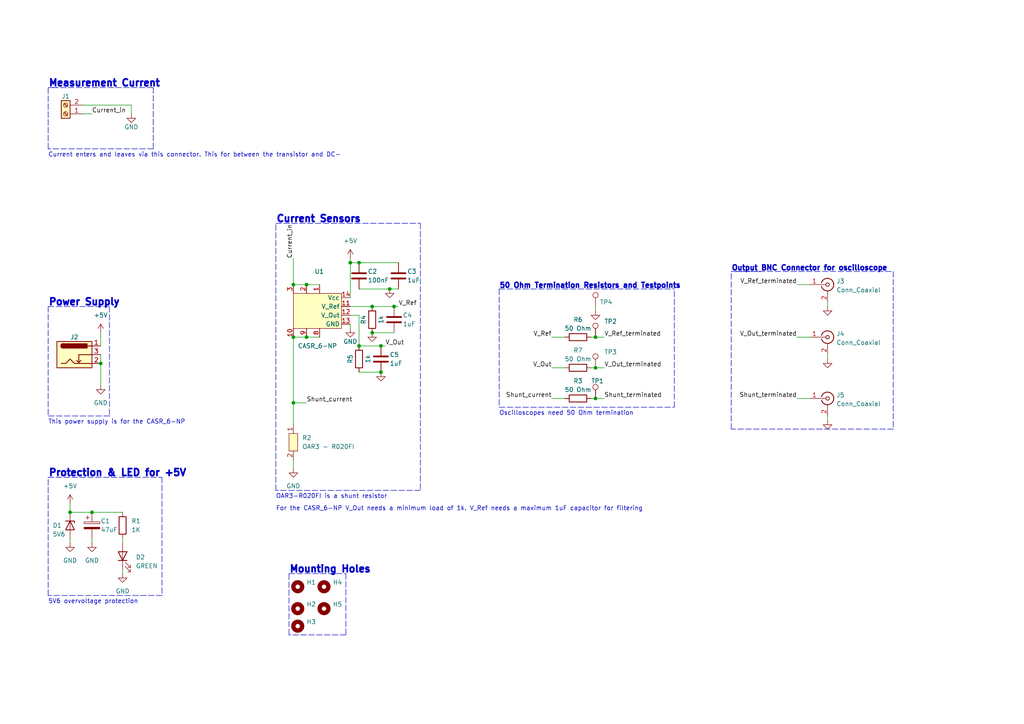
<source format=kicad_sch>
(kicad_sch (version 20211123) (generator eeschema)
  (paper "A4")
  (title_block (title "Current Sensor V1") (date "2022-09-03") (company "Hitesh Dialani"))
  (lib_symbols
    (symbol "Connector:Barrel_Jack_Switch" (pin_names hide)
      (property "Reference" "J" (at 0 5.334 0))
      (property "Value" "Barrel_Jack_Switch" (at 0 -5.08 0))
      (symbol "Barrel_Jack_Switch_0_1"
        (rectangle (start -5.08 3.81) (end 5.08 -3.81) (stroke (width 0.254)) (fill (type background)))
        (arc (start -3.302 3.175) (mid -3.937 2.54) (end -3.302 1.905) (stroke (width 0.254)))
        (arc (start -3.302 3.175) (mid -3.937 2.54) (end -3.302 1.905) (stroke (width 0.254)) (fill (type outline)))
        (polyline (pts (xy 1.27 -2.286) (xy 1.905 -1.651)) (stroke (width 0.254)))
        (polyline (pts (xy 5.08 2.54) (xy 3.81 2.54)) (stroke (width 0.254)))
        (polyline (pts (xy 5.08 0) (xy 1.27 0) (xy 1.27 -2.286) (xy 0.635 -1.651)) (stroke (width 0.254)))
        (polyline (pts (xy -3.81 -2.54) (xy -2.54 -2.54) (xy -1.27 -1.27) (xy 0 -2.54) (xy 2.54 -2.54) (xy 5.08 -2.54)) (stroke (width 0.254)))
        (rectangle (start 3.683 3.175) (end -3.302 1.905) (stroke (width 0.254)) (fill (type outline)))
      )
      (symbol "Barrel_Jack_Switch_1_1"
        (pin passive line (at 7.62 2.54 180) (length 2.54) (name "~") (number "1"))
        (pin passive line (at 7.62 -2.54 180) (length 2.54) (name "~") (number "2"))
        (pin passive line (at 7.62 0 180) (length 2.54) (name "~") (number "3"))
      )
    )
    (symbol "Connector:Conn_Coaxial" (pin_names (offset 1.016) hide)
      (property "Reference" "J" (at 0.254 3.048 0))
      (property "Value" "Conn_Coaxial" (at 2.921 0 90))
      (symbol "Conn_Coaxial_0_1"
        (arc (start -1.778 -0.508) (mid 0.2311 -1.8066) (end 1.778 0) (stroke (width 0.254)))
        (polyline (pts (xy -2.54 0) (xy -0.508 0)))
        (polyline (pts (xy 0 -2.54) (xy 0 -1.778)))
        (circle (center 0 0) (radius 0.508) (stroke (width 0.2032)))
        (arc (start 1.778 0) (mid 0.2099 1.8101) (end -1.778 0.508) (stroke (width 0.254)))
      )
      (symbol "Conn_Coaxial_1_1"
        (pin passive line (at -5.08 0 0) (length 2.54) (name "In") (number "1"))
        (pin passive line (at 0 -5.08 90) (length 2.54) (name "Ext") (number "2"))
      )
    )
    (symbol "Connector:Screw_Terminal_01x02" (pin_names (offset 1.016) hide)
      (property "Reference" "J" (at 0 2.54 0))
      (property "Value" "Screw_Terminal_01x02" (at 0 -5.08 0))
      (symbol "Screw_Terminal_01x02_1_1"
        (rectangle (start -1.27 1.27) (end 1.27 -3.81) (stroke (width 0.254)) (fill (type background)))
        (circle (center 0 -2.54) (radius 0.635) (stroke (width 0.1524)))
        (polyline (pts (xy -0.5334 -2.2098) (xy 0.3302 -3.048)) (stroke (width 0.1524)))
        (polyline (pts (xy -0.5334 0.3302) (xy 0.3302 -0.508)) (stroke (width 0.1524)))
        (polyline (pts (xy -0.3556 -2.032) (xy 0.508 -2.8702)) (stroke (width 0.1524)))
        (polyline (pts (xy -0.3556 0.508) (xy 0.508 -0.3302)) (stroke (width 0.1524)))
        (circle (center 0 0) (radius 0.635) (stroke (width 0.1524)))
        (pin passive line (at -5.08 0 0) (length 3.81) (name "Pin_1") (number "1"))
        (pin passive line (at -5.08 -2.54 0) (length 3.81) (name "Pin_2") (number "2"))
      )
    )
    (symbol "Connector:TestPoint" (pin_numbers hide) (pin_names (offset 0.762) hide)
      (property "Reference" "TP" (at 0 6.858 0))
      (property "Value" "TestPoint" (at 0 5.08 0))
      (symbol "TestPoint_0_1"
        (circle (center 0 3.302) (radius 0.762))
      )
      (symbol "TestPoint_1_1"
        (pin passive line (at 0 0 90) (length 2.54) (name "1") (number "1"))
      )
    )
    (symbol "Custom_library:CASR_6-NP"
      (property "Reference" "U?" (at -0.635 8.89 0))
      (property "Value" "CASR_6-NP" (at -1.905 6.985 0))
      (symbol "CASR_6-NP_0_1"
        (rectangle (start -2.54 3.81) (end 11.43 -6.35) (fill (type background)))
      )
      (symbol "CASR_6-NP_1_1"
        (pin input line (at 3.81 6.35 270) (length 2.54) (name "") (number "1"))
        (pin input line (at 11.43 -8.89 90) (length 2.54) (name "") (number "10"))
        (pin output line (at -5.08 0 0) (length 2.54) (name "V_Ref") (number "11"))
        (pin output line (at -5.08 -2.54 0) (length 2.54) (name "V_Out") (number "12"))
        (pin input line (at -5.08 -5.08 0) (length 2.54) (name "GND") (number "13"))
        (pin input line (at -5.08 2.54 0) (length 2.54) (name "Vcc") (number "14"))
        (pin input line (at 7.62 6.35 270) (length 2.54) (name "") (number "2"))
        (pin input line (at 11.43 6.35 270) (length 2.54) (name "") (number "3"))
        (pin input line (at 3.81 -8.89 90) (length 2.54) (name "") (number "8"))
        (pin input line (at 7.62 -8.89 90) (length 2.54) (name "") (number "9"))
      )
    )
    (symbol "Custom_library:Shunt_Resistor"
      (property "Reference" "R?" (at 0 4.445 0))
      (property "Value" "Shunt_Resistor" (at 1.27 2.54 0))
      (symbol "Shunt_Resistor_0_1"
        (rectangle (start -2.54 1.27) (end 2.54 -1.27) (fill (type background)))
      )
      (symbol "Shunt_Resistor_1_1"
        (pin input line (at -5.08 0 0) (length 2.54) (name "") (number "1"))
        (pin input line (at 5.08 0 180) (length 2.54) (name "") (number "2"))
      )
    )
    (symbol "Device:C" (pin_numbers hide) (pin_names (offset 0.254))
      (property "Reference" "C" (at 0.635 2.54 0))
      (property "Value" "C" (at 0.635 -2.54 0))
      (symbol "C_0_1"
        (polyline (pts (xy -2.032 -0.762) (xy 2.032 -0.762)) (stroke (width 0.508)))
        (polyline (pts (xy -2.032 0.762) (xy 2.032 0.762)) (stroke (width 0.508)))
      )
      (symbol "C_1_1"
        (pin passive line (at 0 3.81 270) (length 2.794) (name "~") (number "1"))
        (pin passive line (at 0 -3.81 90) (length 2.794) (name "~") (number "2"))
      )
    )
    (symbol "Device:C_Polarized" (pin_numbers hide) (pin_names (offset 0.254))
      (property "Reference" "C" (at 0.635 2.54 0))
      (property "Value" "C_Polarized" (at 0.635 -2.54 0))
      (symbol "C_Polarized_0_1"
        (rectangle (start -2.286 0.508) (end 2.286 1.016))
        (polyline (pts (xy -1.778 2.286) (xy -0.762 2.286)))
        (polyline (pts (xy -1.27 2.794) (xy -1.27 1.778)))
        (rectangle (start 2.286 -0.508) (end -2.286 -1.016) (fill (type outline)))
      )
      (symbol "C_Polarized_1_1"
        (pin passive line (at 0 3.81 270) (length 2.794) (name "~") (number "1"))
        (pin passive line (at 0 -3.81 90) (length 2.794) (name "~") (number "2"))
      )
    )
    (symbol "Device:D_Zener" (pin_numbers hide) (pin_names (offset 1.016) hide)
      (property "Reference" "D" (at 0 2.54 0))
      (property "Value" "D_Zener" (at 0 -2.54 0))
      (symbol "D_Zener_0_1"
        (polyline (pts (xy 1.27 0) (xy -1.27 0)))
        (polyline (pts (xy -1.27 -1.27) (xy -1.27 1.27) (xy -0.762 1.27)) (stroke (width 0.254)))
        (polyline (pts (xy 1.27 -1.27) (xy 1.27 1.27) (xy -1.27 0) (xy 1.27 -1.27)) (stroke (width 0.254)))
      )
      (symbol "D_Zener_1_1"
        (pin passive line (at -3.81 0 0) (length 2.54) (name "K") (number "1"))
        (pin passive line (at 3.81 0 180) (length 2.54) (name "A") (number "2"))
      )
    )
    (symbol "Device:LED" (pin_numbers hide) (pin_names (offset 1.016) hide)
      (property "Reference" "D" (at 0 2.54 0))
      (property "Value" "LED" (at 0 -2.54 0))
      (symbol "LED_0_1"
        (polyline (pts (xy -1.27 -1.27) (xy -1.27 1.27)) (stroke (width 0.254)))
        (polyline (pts (xy -1.27 0) (xy 1.27 0)))
        (polyline (pts (xy 1.27 -1.27) (xy 1.27 1.27) (xy -1.27 0) (xy 1.27 -1.27)) (stroke (width 0.254)))
        (polyline (pts (xy -3.048 -0.762) (xy -4.572 -2.286) (xy -3.81 -2.286) (xy -4.572 -2.286) (xy -4.572 -1.524)))
        (polyline (pts (xy -1.778 -0.762) (xy -3.302 -2.286) (xy -2.54 -2.286) (xy -3.302 -2.286) (xy -3.302 -1.524)))
      )
      (symbol "LED_1_1"
        (pin passive line (at -3.81 0 0) (length 2.54) (name "K") (number "1"))
        (pin passive line (at 3.81 0 180) (length 2.54) (name "A") (number "2"))
      )
    )
    (symbol "Device:R" (pin_numbers hide) (pin_names (offset 0))
      (property "Reference" "R" (at 2.032 0 90))
      (property "Value" "R" (at 0 0 90))
      (symbol "R_0_1"
        (rectangle (start -1.016 -2.54) (end 1.016 2.54) (stroke (width 0.254)))
      )
      (symbol "R_1_1"
        (pin passive line (at 0 3.81 270) (length 1.27) (name "~") (number "1"))
        (pin passive line (at 0 -3.81 90) (length 1.27) (name "~") (number "2"))
      )
    )
    (symbol "Mechanical:MountingHole" (pin_names (offset 1.016))
      (property "Reference" "H" (at 0 5.08 0))
      (property "Value" "MountingHole" (at 0 3.175 0))
      (symbol "MountingHole_0_1"
        (circle (center 0 0) (radius 1.27) (stroke (width 1.27)))
      )
    )
    (symbol "power:+5V" (power) (pin_names (offset 0))
      (property "Value" "+5V" (at 0 3.556 0))
      (symbol "+5V_0_1"
        (polyline (pts (xy -0.762 1.27) (xy 0 2.54)))
        (polyline (pts (xy 0 0) (xy 0 2.54)))
        (polyline (pts (xy 0 2.54) (xy 0.762 1.27)))
      )
      (symbol "+5V_1_1"
        (pin power_in line (at 0 0 90) (length 0) hide (name "+5V") (number "1"))
      )
    )
    (symbol "power:GND" (power) (pin_names (offset 0))
      (property "Value" "GND" (at 0 -3.81 0))
      (symbol "GND_0_1"
        (polyline (pts (xy 0 0) (xy 0 -1.27) (xy 1.27 -1.27) (xy 0 -2.54) (xy -1.27 -1.27) (xy 0 -1.27)))
      )
      (symbol "GND_1_1"
        (pin power_in line (at 0 0 270) (length 0) hide (name "GND") (number "1"))
      )
    )
  )
  (junction (at 110.49 100.33))
  (junction (at 107.95 96.52))
  (junction (at 88.9 82.55))
  (junction (at 88.9 97.79))
  (junction (at 85.09 82.55))
  (junction (at 104.14 76.2))
  (junction (at 107.95 88.9))
  (junction (at 172.72 97.79))
  (junction (at 101.6 76.2))
  (junction (at 110.49 107.95))
  (junction (at 113.03 83.82))
  (junction (at 104.14 100.33))
  (junction (at 26.67 148.59))
  (junction (at 114.3 88.9))
  (junction (at 20.32 148.59))
  (junction (at 172.72 115.57))
  (junction (at 85.09 116.84))
  (junction (at 172.72 106.68))
  (junction (at 85.09 97.79))
  (junction (at 29.21 105.41))
  (wire (pts (xy 101.6 88.9) (xy 107.95 88.9)))
  (polyline (pts (xy 31.75 120.65) (xy 13.97 120.65)))
  (wire (pts (xy 88.9 82.55) (xy 92.71 82.55)))
  (wire (pts (xy 29.21 96.52) (xy 29.21 100.33)))
  (wire (pts (xy 38.1 33.02) (xy 38.1 30.48)))
  (wire (pts (xy 110.49 100.33) (xy 111.76 100.33)))
  (polyline (pts (xy 83.82 166.37) (xy 100.33 166.37)))
  (wire (pts (xy 26.67 156.21) (xy 26.67 157.48)))
  (polyline (pts (xy 13.97 25.4) (xy 16.51 25.4)))
  (polyline (pts (xy 259.08 124.46) (xy 212.09 124.46)))
  (polyline (pts (xy 13.97 138.43) (xy 46.99 138.43)))
  (polyline (pts (xy 15.24 25.4) (xy 44.45 25.4)))
  (wire (pts (xy 101.6 91.44) (xy 104.14 91.44)))
  (wire (pts (xy 171.45 106.68) (xy 172.72 106.68)))
  (wire (pts (xy 26.67 148.59) (xy 35.56 148.59)))
  (wire (pts (xy 231.14 97.79) (xy 234.95 97.79)))
  (wire (pts (xy 24.13 33.02) (xy 26.67 33.02)))
  (wire (pts (xy 88.9 97.79) (xy 92.71 97.79)))
  (wire (pts (xy 172.72 88.9) (xy 172.72 90.17)))
  (wire (pts (xy 240.03 120.65) (xy 240.03 121.92)))
  (polyline (pts (xy 46.99 172.72) (xy 13.97 172.72)))
  (wire (pts (xy 171.45 97.79) (xy 172.72 97.79)))
  (polyline (pts (xy 13.97 43.18) (xy 13.97 25.4)))
  (wire (pts (xy 171.45 115.57) (xy 172.72 115.57)))
  (polyline (pts (xy 44.45 25.4) (xy 44.45 43.18)))
  (wire (pts (xy 85.09 97.79) (xy 88.9 97.79)))
  (wire (pts (xy 24.13 30.48) (xy 38.1 30.48)))
  (wire (pts (xy 172.72 115.57) (xy 175.26 115.57)))
  (polyline (pts (xy 144.78 83.82) (xy 195.58 83.82)))
  (polyline (pts (xy 121.92 64.77) (xy 121.92 142.24)))
  (wire (pts (xy 20.32 148.59) (xy 26.67 148.59)))
  (wire (pts (xy 85.09 82.55) (xy 88.9 82.55)))
  (wire (pts (xy 85.09 116.84) (xy 85.09 123.19)))
  (polyline (pts (xy 31.75 88.9) (xy 31.75 120.65)))
  (polyline (pts (xy 13.97 88.9) (xy 13.97 120.65)))
  (wire (pts (xy 85.09 116.84) (xy 88.9 116.84)))
  (polyline (pts (xy 259.08 78.74) (xy 259.08 124.46)))
  (wire (pts (xy 160.02 115.57) (xy 163.83 115.57)))
  (polyline (pts (xy 121.92 142.24) (xy 80.01 142.24)))
  (wire (pts (xy 20.32 146.05) (xy 20.32 148.59)))
  (polyline (pts (xy 44.45 43.18) (xy 13.97 43.18)))
  (polyline (pts (xy 195.58 118.11) (xy 195.58 83.82)))
  (wire (pts (xy 160.02 97.79) (xy 163.83 97.79)))
  (polyline (pts (xy 100.33 166.37) (xy 100.33 184.15)))
  (wire (pts (xy 29.21 105.41) (xy 29.21 111.76)))
  (wire (pts (xy 231.14 82.55) (xy 234.95 82.55)))
  (wire (pts (xy 35.56 165.1) (xy 35.56 166.37)))
  (polyline (pts (xy 144.78 118.11) (xy 195.58 118.11)))
  (polyline (pts (xy 46.99 138.43) (xy 46.99 172.72)))
  (wire (pts (xy 160.02 106.68) (xy 163.83 106.68)))
  (wire (pts (xy 104.14 107.95) (xy 110.49 107.95)))
  (polyline (pts (xy 212.09 78.74) (xy 220.98 78.74)))
  (wire (pts (xy 101.6 76.2) (xy 101.6 86.36)))
  (wire (pts (xy 114.3 88.9) (xy 115.57 88.9)))
  (wire (pts (xy 35.56 156.21) (xy 35.56 157.48)))
  (wire (pts (xy 101.6 76.2) (xy 104.14 76.2)))
  (polyline (pts (xy 80.01 64.77) (xy 121.92 64.77)))
  (polyline (pts (xy 83.82 184.15) (xy 83.82 166.37)))
  (polyline (pts (xy 213.36 78.74) (xy 259.08 78.74)))
  (wire (pts (xy 240.03 87.63) (xy 240.03 88.9)))
  (wire (pts (xy 104.14 76.2) (xy 115.57 76.2)))
  (polyline (pts (xy 144.78 83.82) (xy 144.78 118.11)))
  (wire (pts (xy 172.72 106.68) (xy 175.26 106.68)))
  (wire (pts (xy 85.09 97.79) (xy 85.09 116.84)))
  (wire (pts (xy 240.03 102.87) (xy 240.03 104.14)))
  (polyline (pts (xy 80.01 142.24) (xy 80.01 64.77)))
  (wire (pts (xy 172.72 97.79) (xy 175.26 97.79)))
  (wire (pts (xy 101.6 93.98) (xy 101.6 95.25)))
  (wire (pts (xy 20.32 156.21) (xy 20.32 157.48)))
  (wire (pts (xy 104.14 91.44) (xy 104.14 100.33)))
  (wire (pts (xy 85.09 74.93) (xy 85.09 82.55)))
  (wire (pts (xy 107.95 96.52) (xy 114.3 96.52)))
  (wire (pts (xy 104.14 100.33) (xy 110.49 100.33)))
  (wire (pts (xy 113.03 83.82) (xy 115.57 83.82)))
  (wire (pts (xy 107.95 88.9) (xy 114.3 88.9)))
  (wire (pts (xy 231.14 115.57) (xy 234.95 115.57)))
  (wire (pts (xy 85.09 133.35) (xy 85.09 135.89)))
  (polyline (pts (xy 100.33 184.15) (xy 83.82 184.15)))
  (polyline (pts (xy 212.09 124.46) (xy 212.09 78.74)))
  (wire (pts (xy 101.6 74.93) (xy 101.6 76.2)))
  (wire (pts (xy 29.21 102.87) (xy 29.21 105.41)))
  (polyline (pts (xy 13.97 172.72) (xy 13.97 138.43)))
  (polyline (pts (xy 13.97 88.9) (xy 31.75 88.9)))
  (polyline (pts (xy 13.97 138.43) (xy 19.05 138.43)))
  (wire (pts (xy 104.14 83.82) (xy 113.03 83.82)))
  (text "Protection & LED for +5V" (at 13.97 138.43 0) (effects (font (size 2 2) (thickness 0.6) bold) (justify left bottom)))
  (text "50 Ohm Termination Resistors and Testpoints\n" (at 144.78 83.82 0) (effects (font (size 1.5 1.5) (thickness 0.6) bold) (justify left bottom)))
  (text "Power Supply " (at 13.97 88.9 0) (effects (font (size 2 2) (thickness 0.6) bold) (justify left bottom)))
  (text "Mounting Holes\n" (at 83.82 166.37 0) (effects (font (size 2 2) (thickness 0.6) bold) (justify left bottom)))
  (text "For the CASR_6-NP V_Out needs a minimum load of 1k. V_Ref needs a maximum 1uF capacitor for filtering\n\n\n" (at 80.01 152.4 0) (effects (font (size 1.27 1.27)) (justify left bottom)))
  (text "Measurement Current\n" (at 13.97 25.4 0) (effects (font (size 2 2) (thickness 0.6) bold) (justify left bottom)))
  (text "5V6 overvoltage protection" (at 13.97 175.26 0) (effects (font (size 1.27 1.27)) (justify left bottom)))
  (text "Current Sensors\n" (at 80.01 64.77 0) (effects (font (size 2 2) (thickness 0.6) bold) (justify left bottom)))
  (text "OAR3-R020FI is a shunt resistor\n" (at 80.01 144.78 0) (effects (font (size 1.27 1.27)) (justify left bottom)))
  (text "Oscilloscopes need 50 Ohm termination\n" (at 144.78 120.65 0) (effects (font (size 1.27 1.27)) (justify left bottom)))
  (text "Current enters and leaves via this connector. This for between the transistor and DC-" (at 13.97 45.72 0) (effects (font (size 1.27 1.27)) (justify left bottom)))
  (text "This power supply is for the CASR_6-NP" (at 13.97 123.19 0) (effects (font (size 1.27 1.27)) (justify left bottom)))
  (text "Output BNC Connector for oscilloscope\n" (at 212.09 78.74 0) (effects (font (size 1.5 1.5) (thickness 0.6) bold) (justify left bottom)))
  (label "V_Ref_terminated" (at 175.26 97.79 0))
  (label "V_Out" (at 111.76 100.33 0))
  (label "V_Out_terminated" (at 175.26 106.68 0))
  (label "Shunt_terminated" (at 175.26 115.57 0))
  (label "Current_in" (at 85.09 74.93 90))
  (label "Current_in" (at 26.67 33.02 0))
  (label "V_Out_terminated" (at 231.14 97.79 180))
  (label "Shunt_terminated" (at 231.14 115.57 180))
  (label "V_Ref" (at 115.57 88.9 0))
  (label "Shunt_current" (at 88.9 116.84 0))
  (label "V_Ref" (at 160.02 97.79 180))
  (label "Shunt_current" (at 160.02 115.57 180))
  (label "V_Out" (at 160.02 106.68 180))
  (label "V_Ref_terminated" (at 231.14 82.55 180))
  (symbol (lib_id "power:GND") (at 240.03 88.9 0) (unit 1)
    (property "Reference" "#PWR015" (effects hide))
    (property "Value" "GND" (effects hide))
  )
  (symbol (lib_id "Device:C_Polarized") (at 26.67 152.4 0) (unit 1)
    (property "Reference" "C1" (at 29.21 151.13 0) (effects (justify left)))
    (property "Value" "47uF" (at 29.21 153.67 0) (effects (justify left)))
    (property "Footprint" "Capacitor_SMD:CP_Elec_8x6.2" (effects hide))
  )
  (symbol (lib_id "power:GND") (at 38.1 33.02 0) (unit 1)
    (property "Reference" "#PWR02" (effects hide))
    (property "Value" "GND" (at 38.1 36.83 0))
  )
  (symbol (lib_id "Device:D_Zener") (at 20.32 152.4 270) (unit 1)
    (property "Reference" "D1" (at 15.24 152.4 90) (effects (justify left)))
    (property "Value" "5V6" (at 15.24 154.94 90) (effects (justify left)))
    (property "Footprint" "Diode_SMD:D_SMA" (effects hide))
  )
  (symbol (lib_id "power:GND") (at 172.72 90.17 0) (unit 1)
    (property "Reference" "#PWR014" (effects hide))
    (property "Value" "GND" (effects hide))
  )
  (symbol (lib_id "Device:C") (at 114.3 92.71 0) (unit 1)
    (property "Reference" "C4" (at 116.84 91.44 0) (effects (justify left)))
    (property "Value" "1uF" (at 116.84 93.98 0) (effects (justify left)))
    (property "Footprint" "Capacitor_SMD:C_1206_3216Metric" (effects hide))
  )
  (symbol (lib_id "Connector:Conn_Coaxial") (at 240.03 82.55 0) (unit 1)
    (property "Reference" "J3" (at 242.57 81.5731 0) (effects (justify left)))
    (property "Value" "Conn_Coaxial" (at 242.57 84.1131 0) (effects (justify left)))
    (property "Footprint" "Connector_Coaxial:BNC_TEConnectivity_1478204_Vertical" (effects hide))
    (property "Datasheet" " ~" (effects hide))
  )
  (symbol (lib_id "power:+5V") (at 20.32 146.05 0) (unit 1)
    (property "Reference" "#PWR04" (effects hide))
    (property "Value" "+5V" (at 20.32 140.97 0))
  )
  (symbol (lib_id "Connector:TestPoint") (at 172.72 97.79 0) (unit 1)
    (property "Reference" "TP2" (at 175.26 93.2179 0) (effects (justify left)))
    (property "Value" "TestPoint" (effects hide))
    (property "Footprint" "TestPoint:TestPoint_Loop_D2.50mm_Drill1.0mm" (effects hide))
  )
  (symbol (lib_id "Custom_library:Shunt_Resistor") (at 85.09 128.27 270) (unit 1)
    (property "Reference" "R2" (at 87.63 126.9999 90) (effects (justify left)))
    (property "Value" "OAR3 - R020FI" (at 87.63 129.5399 90) (effects (justify left)))
    (property "Footprint" "Custom_library:Shunt_Resistor" (effects hide))
  )
  (symbol (lib_id "Mechanical:MountingHole") (at 93.98 176.53 0) (unit 1)
    (property "Reference" "H5" (at 96.52 175.2599 0) (effects (justify left)))
    (property "Value" "MountingHole" (effects hide))
    (property "Footprint" "MountingHole:MountingHole_3.2mm_M3" (effects hide))
  )
  (symbol (lib_id "power:GND") (at 240.03 104.14 0) (unit 1)
    (property "Reference" "#PWR016" (effects hide))
    (property "Value" "GND" (effects hide))
  )
  (symbol (lib_id "power:GND") (at 110.49 107.95 0) (unit 1)
    (property "Reference" "#PWR013" (effects hide))
    (property "Value" "GND" (effects hide))
  )
  (symbol (lib_id "power:GND") (at 20.32 157.48 0) (unit 1)
    (property "Reference" "#PWR05" (effects hide))
    (property "Value" "GND" (at 20.32 162.56 0))
  )
  (symbol (lib_id "Connector:TestPoint") (at 172.72 106.68 0) (unit 1)
    (property "Reference" "TP3" (at 175.26 102.1079 0) (effects (justify left)))
    (property "Value" "TestPoint" (effects hide))
    (property "Footprint" "TestPoint:TestPoint_Loop_D2.50mm_Drill1.0mm" (effects hide))
  )
  (symbol (lib_id "Device:R") (at 104.14 104.14 180) (unit 1)
    (property "Reference" "R5" (at 101.6 104.14 90))
    (property "Value" "1k" (at 106.68 104.14 90))
    (property "Footprint" "Resistor_SMD:R_1206_3216Metric" (effects hide))
  )
  (symbol (lib_id "Device:R") (at 167.64 106.68 90) (unit 1)
    (property "Reference" "R7" (at 167.64 101.6 90))
    (property "Value" "50 Ohm" (at 167.64 104.14 90))
    (property "Footprint" "Resistor_SMD:R_1206_3216Metric" (effects hide))
  )
  (symbol (lib_id "Connector:Conn_Coaxial") (at 240.03 115.57 0) (unit 1)
    (property "Reference" "J5" (at 242.57 114.5931 0) (effects (justify left)))
    (property "Value" "Conn_Coaxial" (at 242.57 117.1331 0) (effects (justify left)))
    (property "Footprint" "Connector_Coaxial:BNC_TEConnectivity_1478204_Vertical" (effects hide))
    (property "Datasheet" " ~" (effects hide))
  )
  (symbol (lib_id "Mechanical:MountingHole") (at 86.36 170.18 0) (unit 1)
    (property "Reference" "H1" (at 88.9 168.9099 0) (effects (justify left)))
    (property "Value" "MountingHole" (effects hide))
    (property "Footprint" "MountingHole:MountingHole_3.2mm_M3" (effects hide))
  )
  (symbol (lib_id "power:GND") (at 85.09 135.89 0) (unit 1)
    (property "Reference" "#PWR08" (effects hide))
    (property "Value" "GND" (at 85.09 140.97 0))
  )
  (symbol (lib_id "power:+5V") (at 101.6 74.93 0) (unit 1)
    (property "Reference" "#PWR09" (effects hide))
    (property "Value" "+5V" (at 101.6 69.85 0))
  )
  (symbol (lib_id "power:GND") (at 35.56 166.37 0) (unit 1)
    (property "Reference" "#PWR07" (effects hide))
    (property "Value" "GND" (at 35.56 171.45 0))
  )
  (symbol (lib_id "Connector:Barrel_Jack_Switch") (at 21.59 102.87 0) (unit 1)
    (property "Reference" "J2" (at 21.59 97.79 0))
    (property "Value" "Barrel_Jack_Switch" (effects hide))
    (property "Footprint" "Connector_BarrelJack:BarrelJack_CLIFF_FC681465S_SMT_Horizontal" (effects hide))
  )
  (symbol (lib_id "Device:R") (at 167.64 97.79 90) (unit 1)
    (property "Reference" "R6" (at 167.64 92.71 90))
    (property "Value" "50 Ohm" (at 167.64 95.25 90))
    (property "Footprint" "Resistor_SMD:R_1206_3216Metric" (effects hide))
  )
  (symbol (lib_id "Device:LED") (at 35.56 161.29 90) (unit 1)
    (property "Reference" "D2" (at 39.37 161.6074 90) (effects (justify right)))
    (property "Value" "GREEN" (at 39.37 164.1474 90) (effects (justify right)))
    (property "Footprint" "Diode_SMD:D_1206_3216Metric" (effects hide))
  )
  (symbol (lib_id "power:GND") (at 113.03 83.82 0) (unit 1)
    (property "Reference" "#PWR011" (effects hide))
    (property "Value" "GND" (effects hide))
  )
  (symbol (lib_id "Device:R") (at 35.56 152.4 0) (unit 1)
    (property "Reference" "R1" (at 38.1 151.1299 0) (effects (justify left)))
    (property "Value" "1K" (at 38.1 153.6699 0) (effects (justify left)))
    (property "Footprint" "Resistor_SMD:R_1206_3216Metric" (effects hide))
  )
  (symbol (lib_id "Mechanical:MountingHole") (at 86.36 181.61 0) (unit 1)
    (property "Reference" "H3" (at 88.9 180.3399 0) (effects (justify left)))
    (property "Value" "MountingHole" (effects hide))
    (property "Footprint" "MountingHole:MountingHole_3.2mm_M3" (effects hide))
  )
  (symbol (lib_id "Custom_library:CASR_6-NP") (at 96.52 88.9 0) (mirror y) (unit 1)
    (property "Reference" "U1" (at 93.98 78.74 0) (effects (justify left)))
    (property "Value" "CASR_6-NP" (at 97.79 100.33 0) (effects (justify left)))
    (property "Footprint" "Custom_library:CASR6NP" (effects hide))
  )
  (symbol (lib_id "power:GND") (at 240.03 121.92 0) (unit 1)
    (property "Reference" "#PWR017" (effects hide))
    (property "Value" "GND" (effects hide))
  )
  (symbol (lib_id "Device:C") (at 115.57 80.01 0) (unit 1)
    (property "Reference" "C3" (at 118.11 78.74 0) (effects (justify left)))
    (property "Value" "1uF" (at 118.11 81.28 0) (effects (justify left)))
    (property "Footprint" "Capacitor_SMD:C_1206_3216Metric" (effects hide))
  )
  (symbol (lib_id "power:+5V") (at 29.21 96.52 0) (unit 1)
    (property "Reference" "#PWR03" (effects hide))
    (property "Value" "+5V" (at 29.21 91.44 0))
  )
  (symbol (lib_id "Device:C") (at 104.14 80.01 0) (unit 1)
    (property "Reference" "C2" (at 106.68 78.74 0) (effects (justify left)))
    (property "Value" "100nF" (at 106.68 81.28 0) (effects (justify left)))
    (property "Footprint" "Capacitor_SMD:C_1206_3216Metric" (effects hide))
  )
  (symbol (lib_id "Mechanical:MountingHole") (at 86.36 176.53 0) (unit 1)
    (property "Reference" "H2" (at 88.9 175.2599 0) (effects (justify left)))
    (property "Value" "MountingHole" (effects hide))
    (property "Footprint" "MountingHole:MountingHole_3.2mm_M3" (effects hide))
  )
  (symbol (lib_id "Device:R") (at 107.95 92.71 180) (unit 1)
    (property "Reference" "R4" (at 105.41 92.71 90))
    (property "Value" "1k" (at 110.49 92.71 90))
    (property "Footprint" "Resistor_SMD:R_1206_3216Metric" (effects hide))
  )
  (symbol (lib_id "power:GND") (at 26.67 157.48 0) (unit 1)
    (property "Reference" "#PWR06" (effects hide))
    (property "Value" "GND" (at 26.67 162.56 0))
  )
  (symbol (lib_id "Connector:Screw_Terminal_01x02") (at 19.05 33.02 180) (unit 1)
    (property "Reference" "J1" (at 19.05 27.94 0))
    (property "Value" "284512-2" (effects hide))
    (property "Footprint" "Custom_library:2_pin_terminal_block_socket" (effects hide))
  )
  (symbol (lib_id "Connector:TestPoint") (at 172.72 115.57 0) (unit 1)
    (property "Reference" "TP1" (at 171.45 110.49 0) (effects (justify left)))
    (property "Value" "TestPoint" (effects hide))
    (property "Footprint" "TestPoint:TestPoint_Loop_D2.50mm_Drill1.0mm" (effects hide))
  )
  (symbol (lib_id "Connector:Conn_Coaxial") (at 240.03 97.79 0) (unit 1)
    (property "Reference" "J4" (at 242.57 96.8131 0) (effects (justify left)))
    (property "Value" "Conn_Coaxial" (at 242.57 99.3531 0) (effects (justify left)))
    (property "Footprint" "Connector_Coaxial:BNC_TEConnectivity_1478204_Vertical" (effects hide))
    (property "Datasheet" " ~" (effects hide))
  )
  (symbol (lib_id "power:GND") (at 101.6 95.25 0) (unit 1)
    (property "Reference" "#PWR010" (effects hide))
    (property "Value" "GND" (at 101.6 99.06 0))
  )
  (symbol (lib_id "Connector:TestPoint") (at 172.72 88.9 0) (unit 1)
    (property "Reference" "TP4" (at 173.99 87.63 0) (effects (justify left)))
    (property "Value" "TestPoint" (effects hide))
    (property "Footprint" "TestPoint:TestPoint_Loop_D2.50mm_Drill1.0mm" (effects hide))
  )
  (symbol (lib_id "Device:C") (at 110.49 104.14 0) (unit 1)
    (property "Reference" "C5" (at 113.03 102.87 0) (effects (justify left)))
    (property "Value" "1uF" (at 113.03 105.41 0) (effects (justify left)))
    (property "Footprint" "Capacitor_SMD:C_1206_3216Metric" (effects hide))
  )
  (symbol (lib_id "power:GND") (at 107.95 96.52 0) (unit 1)
    (property "Reference" "#PWR012" (effects hide))
    (property "Value" "GND" (effects hide))
  )
  (symbol (lib_id "Device:R") (at 167.64 115.57 90) (unit 1)
    (property "Reference" "R3" (at 167.64 110.49 90))
    (property "Value" "50 Ohm" (at 167.64 113.03 90))
    (property "Footprint" "Resistor_SMD:R_1206_3216Metric" (effects hide))
  )
  (symbol (lib_id "Mechanical:MountingHole") (at 93.98 170.18 0) (unit 1)
    (property "Reference" "H4" (at 96.52 168.9099 0) (effects (justify left)))
    (property "Value" "MountingHole" (effects hide))
    (property "Footprint" "MountingHole:MountingHole_3.2mm_M3" (effects hide))
  )
  (symbol (lib_id "power:GND") (at 29.21 111.76 0) (unit 1)
    (property "Reference" "#PWR01" (effects hide))
    (property "Value" "GND" (at 29.21 116.84 0))
  )
)
</source>
